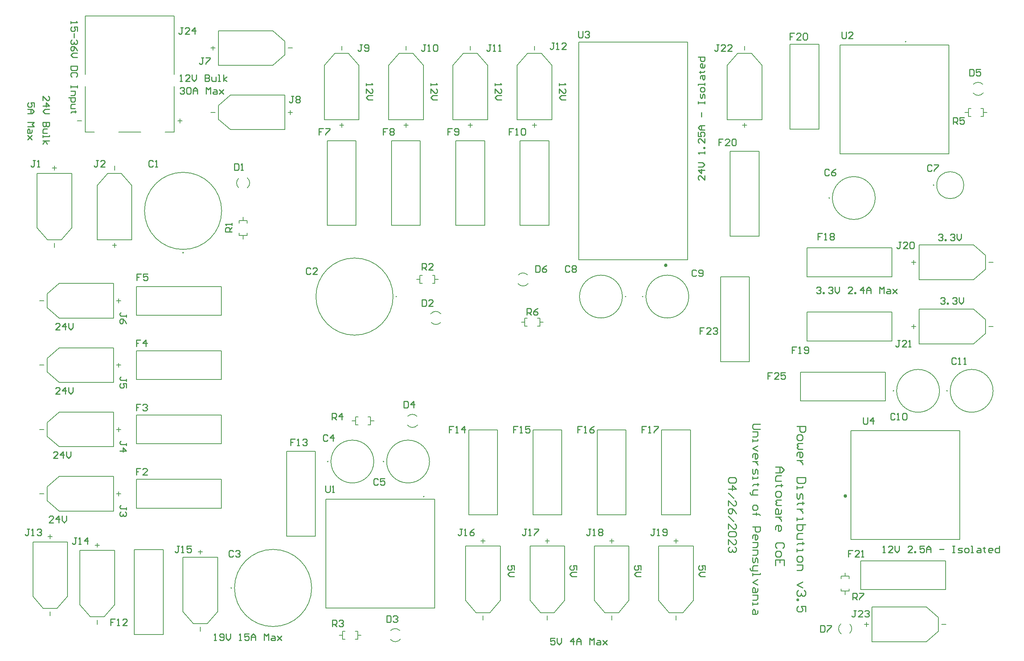
<source format=gto>
G04*
G04 #@! TF.GenerationSoftware,Altium Limited,Altium Designer,22.8.2 (66)*
G04*
G04 Layer_Color=65535*
%FSLAX42Y42*%
%MOMM*%
G71*
G04*
G04 #@! TF.SameCoordinates,682EC182-1CE9-4BC9-A6E4-3494537964B9*
G04*
G04*
G04 #@! TF.FilePolarity,Positive*
G04*
G01*
G75*
%ADD10C,0.13*%
%ADD11C,0.20*%
%ADD12C,0.40*%
%ADD13C,0.25*%
D10*
X8700Y8400D02*
G03*
X8700Y8400I-900J0D01*
G01*
X11837Y8906D02*
G03*
X11623Y8907I-107J-102D01*
G01*
X11618Y8700D02*
G03*
X11850Y8704I115J93D01*
G01*
X4700Y10400D02*
G03*
X4700Y10400I-900J0D01*
G01*
X9593Y7794D02*
G03*
X9807Y7793I107J102D01*
G01*
X9812Y8000D02*
G03*
X9580Y7996I-115J-93D01*
G01*
X9257Y5606D02*
G03*
X9043Y5607I-107J-102D01*
G01*
X9038Y5400D02*
G03*
X9270Y5404I115J93D01*
G01*
X19356Y543D02*
G03*
X19357Y757I-102J107D01*
G01*
X19150Y762D02*
G03*
X19154Y530I93J-115D01*
G01*
X5094Y11157D02*
G03*
X5093Y10943I102J-107D01*
G01*
X5300Y10938D02*
G03*
X5296Y11170I-93J115D01*
G01*
X22457Y13356D02*
G03*
X22243Y13357I-107J-102D01*
G01*
X22238Y13150D02*
G03*
X22470Y13154I115J93D01*
G01*
X8857Y606D02*
G03*
X8643Y607I-107J-102D01*
G01*
X8638Y400D02*
G03*
X8870Y404I115J93D01*
G01*
X19950Y10700D02*
G03*
X19950Y10700I-500J0D01*
G01*
X21450Y6200D02*
G03*
X21450Y6200I-500J0D01*
G01*
X22700D02*
G03*
X22700Y6200I-500J0D01*
G01*
X14050Y8400D02*
G03*
X14050Y8400I-500J0D01*
G01*
X8250Y4550D02*
G03*
X8250Y4550I-500J0D01*
G01*
X6800Y1600D02*
G03*
X6800Y1600I-900J0D01*
G01*
X9550Y4550D02*
G03*
X9550Y4550I-500J0D01*
G01*
X22015Y11000D02*
G03*
X22015Y11000I-315J0D01*
G01*
X15600Y8400D02*
G03*
X15600Y8400I-500J0D01*
G01*
X15705Y1305D02*
Y2575D01*
X15140Y1025D02*
X15460D01*
X14895Y1305D02*
Y2575D01*
X15705D01*
X15300Y2650D02*
Y2750D01*
X15250Y2700D02*
X15350D01*
X15460Y1025D02*
X15705Y1305D01*
X14895D02*
X15140Y1025D01*
X15300Y850D02*
Y950D01*
X14963Y5290D02*
X15637D01*
X14963Y3310D02*
Y5290D01*
Y3310D02*
X15637D01*
Y5290D01*
X13463D02*
X14137D01*
X13463Y3310D02*
Y5290D01*
Y3310D02*
X14137D01*
Y5290D01*
X14205Y1305D02*
Y2575D01*
X13640Y1025D02*
X13960D01*
X13395Y1305D02*
Y2575D01*
X14205D01*
X13800Y2650D02*
Y2750D01*
X13750Y2700D02*
X13850D01*
X13960Y1025D02*
X14205Y1305D01*
X13395D02*
X13640Y1025D01*
X13800Y850D02*
Y950D01*
X11964Y5290D02*
X12636D01*
X11964Y3310D02*
Y5290D01*
Y3310D02*
X12636D01*
Y5290D01*
X12705Y1305D02*
Y2575D01*
X12140Y1025D02*
X12460D01*
X11895Y1305D02*
Y2575D01*
X12705D01*
X12300Y2650D02*
Y2750D01*
X12250Y2700D02*
X12350D01*
X12460Y1025D02*
X12705Y1305D01*
X11895D02*
X12140Y1025D01*
X12300Y850D02*
Y950D01*
X11205Y1305D02*
Y2575D01*
X10640Y1025D02*
X10960D01*
X10395Y1305D02*
Y2575D01*
X11205D01*
X10800Y2650D02*
Y2750D01*
X10750Y2700D02*
X10850D01*
X10960Y1025D02*
X11205Y1305D01*
X10395D02*
X10640Y1025D01*
X10800Y850D02*
Y950D01*
X10464Y5290D02*
X11136D01*
X10464Y3310D02*
Y5290D01*
Y3310D02*
X11136D01*
Y5290D01*
X3380Y12240D02*
X3595D01*
Y13310D01*
X1515Y12240D02*
Y13310D01*
Y12240D02*
X1730D01*
X3595Y13585D02*
Y14950D01*
X1515D02*
X3595D01*
X1515Y13585D02*
Y14950D01*
X2295Y12240D02*
X2815D01*
X1330Y12500D02*
X1430D01*
X3730Y12450D02*
Y12550D01*
X3680Y12500D02*
X3780D01*
X800Y9550D02*
Y9650D01*
X395Y10005D02*
X640Y9725D01*
X960D02*
X1205Y10005D01*
X750Y11400D02*
X850D01*
X800Y11350D02*
Y11450D01*
X395Y11275D02*
X1205D01*
X395Y10005D02*
Y11275D01*
X640Y9725D02*
X960D01*
X1205Y10005D02*
Y11275D01*
X2200Y11350D02*
Y11450D01*
X2360Y11275D02*
X2605Y10995D01*
X1795D02*
X2040Y11275D01*
X2150Y9600D02*
X2250D01*
X2200Y9550D02*
Y9650D01*
X1795Y9725D02*
X2605D01*
Y10995D01*
X2040Y11275D02*
X2360D01*
X1795Y9725D02*
Y10995D01*
X2709Y7964D02*
X4690D01*
X2709D02*
Y8636D01*
X4690D01*
Y7964D02*
Y8636D01*
X9675Y8800D02*
X9755D01*
X9617Y8707D02*
X9675D01*
X9617Y8893D02*
X9675D01*
Y8707D02*
Y8800D01*
Y8893D01*
X9245Y8800D02*
X9325D01*
Y8707D02*
X9383D01*
X9325D02*
Y8800D01*
Y8893D01*
X9383D01*
X6250Y14200D02*
X6350D01*
X5895Y13795D02*
X6175Y14040D01*
X5895Y14605D02*
X6175Y14360D01*
X4500Y14150D02*
Y14250D01*
X4450Y14200D02*
X4550D01*
X4625Y13795D02*
Y14605D01*
Y13795D02*
X5895D01*
X6175Y14040D02*
Y14360D01*
X4625Y14605D02*
X5895D01*
X3337Y509D02*
Y2491D01*
X2664Y509D02*
X3337D01*
X2664D02*
Y2491D01*
X3337D01*
X11664Y10060D02*
Y12040D01*
X12336D01*
Y10060D02*
Y12040D01*
X11664Y10060D02*
X12336D01*
X10164D02*
Y12040D01*
X10836D01*
Y10060D02*
Y12040D01*
X10164Y10060D02*
X10836D01*
X8664D02*
Y12040D01*
X9336D01*
Y10060D02*
Y12040D01*
X8664Y10060D02*
X9336D01*
X7164D02*
Y12040D01*
X7836D01*
Y10060D02*
Y12040D01*
X7164Y10060D02*
X7836D01*
X16563Y9810D02*
Y11790D01*
X17237D01*
Y9810D02*
Y11790D01*
X16563Y9810D02*
X17237D01*
X19130Y11730D02*
X21670D01*
Y14270D01*
X19130D02*
X21670D01*
X19130Y11730D02*
Y14270D01*
X22045Y12700D02*
X22125D01*
Y12793D02*
X22183D01*
X22125Y12607D02*
X22183D01*
X22125Y12700D02*
Y12793D01*
Y12607D02*
Y12700D01*
X22475D02*
X22555D01*
X22417Y12793D02*
X22475D01*
Y12700D02*
Y12793D01*
Y12607D02*
Y12700D01*
X22417Y12607D02*
X22475D01*
X19610Y2236D02*
X21590D01*
Y1564D02*
Y2236D01*
X19610Y1564D02*
X21590D01*
X19610D02*
Y2236D01*
X21500Y750D02*
X21600D01*
X21145Y345D02*
X21425Y590D01*
X21145Y1155D02*
X21425Y910D01*
X19750Y700D02*
Y800D01*
X19700Y750D02*
X19800D01*
X19875Y345D02*
Y1155D01*
Y345D02*
X21145D01*
X21425Y590D02*
Y910D01*
X19875Y1155D02*
X21145D01*
X19250Y1445D02*
Y1525D01*
X19157D02*
Y1583D01*
X19343Y1525D02*
Y1583D01*
X19157Y1525D02*
X19250D01*
X19343D01*
X19250Y1875D02*
Y1955D01*
X19157Y1817D02*
Y1875D01*
X19250D01*
X19343D01*
Y1817D02*
Y1875D01*
X19380Y2730D02*
X21920D01*
Y5270D01*
X19380D02*
X21920D01*
X19380Y2730D02*
Y5270D01*
X22600Y9200D02*
X22700D01*
X22245Y8795D02*
X22525Y9040D01*
X22245Y9605D02*
X22525Y9360D01*
X20850Y9150D02*
Y9250D01*
X20800Y9200D02*
X20900D01*
X20975Y8795D02*
Y9605D01*
Y8795D02*
X22245D01*
X22525Y9040D02*
Y9360D01*
X20975Y9605D02*
X22245D01*
X22600Y7700D02*
X22700D01*
X22245Y7295D02*
X22525Y7540D01*
X22245Y8105D02*
X22525Y7860D01*
X20850Y7650D02*
Y7750D01*
X20800Y7700D02*
X20900D01*
X20975Y7295D02*
Y8105D01*
Y7295D02*
X22245D01*
X22525Y7540D02*
Y7860D01*
X20975Y8105D02*
X22245D01*
X18360Y9536D02*
X20340D01*
Y8864D02*
Y9536D01*
X18360Y8864D02*
X20340D01*
X18360D02*
Y9536D01*
Y8036D02*
X20340D01*
Y7364D02*
Y8036D01*
X18360Y7364D02*
X20340D01*
X18360D02*
Y8036D01*
X16343Y6883D02*
Y8864D01*
X17016D01*
Y6883D02*
Y8864D01*
X16343Y6883D02*
X17016D01*
X11695Y7800D02*
X11775D01*
Y7893D02*
X11833D01*
X11775Y7707D02*
X11833D01*
X11775Y7800D02*
Y7893D01*
Y7707D02*
Y7800D01*
X12125D02*
X12205D01*
X12067Y7893D02*
X12125D01*
Y7800D02*
Y7893D01*
Y7707D02*
Y7800D01*
X12067Y7707D02*
X12125D01*
X6886Y2809D02*
Y4790D01*
X6213Y2809D02*
X6886D01*
X6213D02*
Y4790D01*
X6886D01*
X4200Y590D02*
Y690D01*
X3795Y1045D02*
X4040Y765D01*
X4360D02*
X4605Y1045D01*
X4150Y2440D02*
X4250D01*
X4200Y2390D02*
Y2490D01*
X3795Y2315D02*
X4605D01*
X3795Y1045D02*
Y2315D01*
X4040Y765D02*
X4360D01*
X4605Y1045D02*
Y2315D01*
X1800Y750D02*
Y850D01*
X1395Y1205D02*
X1640Y925D01*
X1960D02*
X2205Y1205D01*
X1750Y2600D02*
X1850D01*
X1800Y2550D02*
Y2650D01*
X1395Y2475D02*
X2205D01*
X1395Y1205D02*
Y2475D01*
X1640Y925D02*
X1960D01*
X2205Y1205D02*
Y2475D01*
X700Y950D02*
Y1050D01*
X295Y1405D02*
X540Y1125D01*
X860D02*
X1105Y1405D01*
X650Y2800D02*
X750D01*
X700Y2750D02*
Y2850D01*
X295Y2675D02*
X1105D01*
X295Y1405D02*
Y2675D01*
X540Y1125D02*
X860D01*
X1105Y1405D02*
Y2675D01*
X450Y5300D02*
X550D01*
X625Y5460D02*
X905Y5705D01*
X625Y5140D02*
X905Y4895D01*
X2300Y5250D02*
Y5350D01*
X2250Y5300D02*
X2350D01*
X2175Y4895D02*
Y5705D01*
X905D02*
X2175D01*
X625Y5140D02*
Y5460D01*
X905Y4895D02*
X2175D01*
X450Y6800D02*
X550D01*
X625Y6960D02*
X905Y7205D01*
X625Y6640D02*
X905Y6395D01*
X2300Y6750D02*
Y6850D01*
X2250Y6800D02*
X2350D01*
X2175Y6395D02*
Y7205D01*
X905D02*
X2175D01*
X625Y6640D02*
Y6960D01*
X905Y6395D02*
X2175D01*
X450Y8300D02*
X550D01*
X625Y8460D02*
X905Y8705D01*
X625Y8140D02*
X905Y7895D01*
X2300Y8250D02*
Y8350D01*
X2250Y8300D02*
X2350D01*
X2175Y7895D02*
Y8705D01*
X905D02*
X2175D01*
X625Y8140D02*
Y8460D01*
X905Y7895D02*
X2175D01*
X12000Y14150D02*
Y14250D01*
X12160Y14075D02*
X12405Y13795D01*
X11595D02*
X11840Y14075D01*
X11950Y12400D02*
X12050D01*
X12000Y12350D02*
Y12450D01*
X11595Y12525D02*
X12405D01*
Y13795D01*
X11840Y14075D02*
X12160D01*
X11595Y12525D02*
Y13795D01*
X10500Y14150D02*
Y14250D01*
X10660Y14075D02*
X10905Y13795D01*
X10095D02*
X10340Y14075D01*
X10450Y12400D02*
X10550D01*
X10500Y12350D02*
Y12450D01*
X10095Y12525D02*
X10905D01*
Y13795D01*
X10340Y14075D02*
X10660D01*
X10095Y12525D02*
Y13795D01*
X9000Y14150D02*
Y14250D01*
X9160Y14075D02*
X9405Y13795D01*
X8595D02*
X8840Y14075D01*
X8950Y12400D02*
X9050D01*
X9000Y12350D02*
Y12450D01*
X8595Y12525D02*
X9405D01*
Y13795D01*
X8840Y14075D02*
X9160D01*
X8595Y12525D02*
Y13795D01*
X7500Y14150D02*
Y14250D01*
X7660Y14075D02*
X7905Y13795D01*
X7095D02*
X7340Y14075D01*
X7450Y12400D02*
X7550D01*
X7500Y12350D02*
Y12450D01*
X7095Y12525D02*
X7905D01*
Y13795D01*
X7340Y14075D02*
X7660D01*
X7095Y12525D02*
Y13795D01*
X8175Y5500D02*
X8255D01*
X8117Y5408D02*
X8175D01*
X8117Y5592D02*
X8175D01*
Y5408D02*
Y5500D01*
Y5592D01*
X7745Y5500D02*
X7825D01*
Y5408D02*
X7883D01*
X7825D02*
Y5500D01*
Y5592D01*
X7883D01*
X18210Y6636D02*
X20190D01*
Y5963D02*
Y6636D01*
X18210Y5963D02*
X20190D01*
X18210D02*
Y6636D01*
X16900Y14150D02*
Y14250D01*
X17060Y14075D02*
X17305Y13795D01*
X16495D02*
X16740Y14075D01*
X16850Y12400D02*
X16950D01*
X16900Y12350D02*
Y12450D01*
X16495Y12525D02*
X17305D01*
Y13795D01*
X16740Y14075D02*
X17060D01*
X16495Y12525D02*
Y13795D01*
X4450Y12700D02*
X4550D01*
X4625Y12860D02*
X4905Y13105D01*
X4625Y12540D02*
X4905Y12295D01*
X6300Y12650D02*
Y12750D01*
X6250Y12700D02*
X6350D01*
X6175Y12295D02*
Y13105D01*
X4905D02*
X6175D01*
X4625Y12540D02*
Y12860D01*
X4905Y12295D02*
X6175D01*
X13030Y9260D02*
X15570D01*
X13030D02*
Y14340D01*
X15570D01*
Y9260D02*
Y14340D01*
X4690Y6464D02*
Y7136D01*
X2709D02*
X4690D01*
X2709Y6464D02*
Y7136D01*
Y6464D02*
X4690D01*
Y4963D02*
Y5637D01*
X2709D02*
X4690D01*
X2709Y4963D02*
Y5637D01*
Y4963D02*
X4690D01*
X17963Y12310D02*
X18637D01*
Y14290D01*
X17963D02*
X18637D01*
X17963Y12310D02*
Y14290D01*
X7525Y593D02*
X7583D01*
X7525Y500D02*
Y593D01*
Y407D02*
Y500D01*
Y407D02*
X7583D01*
X7445Y500D02*
X7525D01*
X7875D02*
Y593D01*
Y407D02*
Y500D01*
X7817Y593D02*
X7875D01*
X7817Y407D02*
X7875D01*
Y500D02*
X7955D01*
X905Y3395D02*
X2175D01*
X625Y3640D02*
Y3960D01*
X905Y4205D02*
X2175D01*
Y3395D02*
Y4205D01*
X2250Y3800D02*
X2350D01*
X2300Y3750D02*
Y3850D01*
X625Y3640D02*
X905Y3395D01*
X625Y3960D02*
X905Y4205D01*
X450Y3800D02*
X550D01*
X5108Y9825D02*
Y9883D01*
Y9825D02*
X5200D01*
X5292D01*
Y9883D01*
X5200Y9745D02*
Y9825D01*
X5108Y10175D02*
X5200D01*
X5292D01*
X5108Y10117D02*
Y10175D01*
X5292Y10117D02*
Y10175D01*
X5200D02*
Y10255D01*
X7130Y3670D02*
X9670D01*
X7130Y1130D02*
Y3670D01*
Y1130D02*
X9670D01*
Y3670D01*
X4690Y3463D02*
Y4137D01*
X2709D02*
X4690D01*
X2709Y3463D02*
Y4137D01*
Y3463D02*
X4690D01*
D11*
X8785Y8400D02*
G03*
X8785Y8400I-10J0D01*
G01*
X3810Y9425D02*
G03*
X3810Y9425I-10J0D01*
G01*
X18885Y10700D02*
G03*
X18885Y10700I-10J0D01*
G01*
X20670Y14350D02*
G03*
X20670Y14350I-10J0D01*
G01*
X20385Y6200D02*
G03*
X20385Y6200I-10J0D01*
G01*
X21635D02*
G03*
X21635Y6200I-10J0D01*
G01*
X14135Y8400D02*
G03*
X14135Y8400I-10J0D01*
G01*
X7185Y4550D02*
G03*
X7185Y4550I-10J0D01*
G01*
X4935Y1600D02*
G03*
X4935Y1600I-10J0D01*
G01*
X8485Y4550D02*
G03*
X8485Y4550I-10J0D01*
G01*
X21320Y11000D02*
G03*
X21320Y11000I-10J0D01*
G01*
X14535Y8400D02*
G03*
X14535Y8400I-10J0D01*
G01*
X9426Y3733D02*
G03*
X9426Y3733I-10J0D01*
G01*
D12*
X19273Y3746D02*
G03*
X19273Y3746I-20J0D01*
G01*
X15082Y9130D02*
G03*
X15082Y9130I-20J0D01*
G01*
D13*
X6775Y9051D02*
X6749Y9076D01*
X6698D01*
X6673Y9051D01*
Y8949D01*
X6698Y8924D01*
X6749D01*
X6775Y8949D01*
X6927Y8924D02*
X6825D01*
X6927Y9025D01*
Y9051D01*
X6902Y9076D01*
X6851D01*
X6825Y9051D01*
X3725Y13425D02*
X3776D01*
X3751D01*
Y13578D01*
X3725Y13552D01*
X3954Y13425D02*
X3852D01*
X3954Y13527D01*
Y13552D01*
X3929Y13578D01*
X3878D01*
X3852Y13552D01*
X4005Y13578D02*
Y13476D01*
X4055Y13425D01*
X4106Y13476D01*
Y13578D01*
X4309D02*
Y13425D01*
X4386D01*
X4411Y13451D01*
Y13476D01*
X4386Y13502D01*
X4309D01*
X4386D01*
X4411Y13527D01*
Y13552D01*
X4386Y13578D01*
X4309D01*
X4462Y13527D02*
Y13451D01*
X4487Y13425D01*
X4563D01*
Y13527D01*
X4614Y13425D02*
X4665D01*
X4640D01*
Y13578D01*
X4614D01*
X4741Y13425D02*
Y13578D01*
Y13476D02*
X4817Y13527D01*
X4741Y13476D02*
X4817Y13425D01*
X3725Y13252D02*
X3751Y13278D01*
X3802D01*
X3827Y13252D01*
Y13227D01*
X3802Y13202D01*
X3776D01*
X3802D01*
X3827Y13176D01*
Y13151D01*
X3802Y13125D01*
X3751D01*
X3725Y13151D01*
X3878Y13252D02*
X3903Y13278D01*
X3954D01*
X3979Y13252D01*
Y13151D01*
X3954Y13125D01*
X3903D01*
X3878Y13151D01*
Y13252D01*
X4030Y13125D02*
Y13227D01*
X4081Y13278D01*
X4132Y13227D01*
Y13125D01*
Y13202D01*
X4030D01*
X4335Y13125D02*
Y13278D01*
X4386Y13227D01*
X4436Y13278D01*
Y13125D01*
X4513Y13227D02*
X4563D01*
X4589Y13202D01*
Y13125D01*
X4513D01*
X4487Y13151D01*
X4513Y13176D01*
X4589D01*
X4640Y13227D02*
X4741Y13125D01*
X4690Y13176D01*
X4741Y13227D01*
X4640Y13125D01*
X17265Y5425D02*
X17115D01*
X17085Y5395D01*
Y5335D01*
X17115Y5305D01*
X17265D01*
X17085Y5245D02*
X17205D01*
Y5155D01*
X17175Y5125D01*
X17085D01*
Y5065D02*
Y5005D01*
Y5035D01*
X17205D01*
Y5065D01*
Y4915D02*
X17085Y4855D01*
X17205Y4795D01*
X17085Y4645D02*
Y4705D01*
X17115Y4735D01*
X17175D01*
X17205Y4705D01*
Y4645D01*
X17175Y4615D01*
X17145D01*
Y4735D01*
X17205Y4555D02*
X17085D01*
X17145D01*
X17175Y4525D01*
X17205Y4495D01*
Y4465D01*
X17085Y4375D02*
Y4285D01*
X17115Y4255D01*
X17145Y4285D01*
Y4345D01*
X17175Y4375D01*
X17205Y4345D01*
Y4255D01*
X17085Y4195D02*
Y4135D01*
Y4165D01*
X17205D01*
Y4195D01*
X17235Y4015D02*
X17205D01*
Y4045D01*
Y3985D01*
Y4015D01*
X17115D01*
X17085Y3985D01*
X17205Y3895D02*
X17115D01*
X17085Y3865D01*
Y3775D01*
X17055D01*
X17025Y3805D01*
Y3835D01*
X17085Y3775D02*
X17205D01*
X17085Y3505D02*
Y3445D01*
X17115Y3415D01*
X17175D01*
X17205Y3445D01*
Y3505D01*
X17175Y3535D01*
X17115D01*
X17085Y3505D01*
Y3325D02*
X17235D01*
X17175D01*
Y3355D01*
Y3295D01*
Y3325D01*
X17235D01*
X17265Y3295D01*
X17085Y3025D02*
X17265D01*
Y2935D01*
X17235Y2905D01*
X17175D01*
X17145Y2935D01*
Y3025D01*
X17085Y2755D02*
Y2815D01*
X17115Y2845D01*
X17175D01*
X17205Y2815D01*
Y2755D01*
X17175Y2725D01*
X17145D01*
Y2845D01*
X17085Y2665D02*
X17205D01*
Y2576D01*
X17175Y2546D01*
X17085D01*
Y2486D02*
X17205D01*
Y2396D01*
X17175Y2366D01*
X17085D01*
Y2306D02*
Y2216D01*
X17115Y2186D01*
X17145Y2216D01*
Y2276D01*
X17175Y2306D01*
X17205Y2276D01*
Y2186D01*
Y2126D02*
X17115D01*
X17085Y2096D01*
Y2006D01*
X17055D01*
X17025Y2036D01*
Y2066D01*
X17085Y2006D02*
X17205D01*
X17085Y1946D02*
Y1886D01*
Y1916D01*
X17265D01*
Y1946D01*
X17205Y1796D02*
X17085Y1736D01*
X17205Y1676D01*
Y1586D02*
Y1526D01*
X17175Y1496D01*
X17085D01*
Y1586D01*
X17115Y1616D01*
X17145Y1586D01*
Y1496D01*
X17085Y1436D02*
X17205D01*
Y1346D01*
X17175Y1316D01*
X17085D01*
Y1256D02*
Y1196D01*
Y1226D01*
X17205D01*
Y1256D01*
Y1076D02*
Y1016D01*
X17175Y986D01*
X17085D01*
Y1076D01*
X17115Y1106D01*
X17145Y1076D01*
Y986D01*
X14478Y2023D02*
Y2125D01*
X14402D01*
X14427Y2074D01*
Y2048D01*
X14402Y2023D01*
X14351D01*
X14325Y2048D01*
Y2099D01*
X14351Y2125D01*
X14478Y1972D02*
X14376D01*
X14325Y1921D01*
X14376Y1871D01*
X14478D01*
X15978Y2023D02*
Y2125D01*
X15902D01*
X15927Y2074D01*
Y2048D01*
X15902Y2023D01*
X15851D01*
X15825Y2048D01*
Y2099D01*
X15851Y2125D01*
X15978Y1972D02*
X15876D01*
X15825Y1921D01*
X15876Y1871D01*
X15978D01*
X12978Y2023D02*
Y2125D01*
X12902D01*
X12927Y2074D01*
Y2048D01*
X12902Y2023D01*
X12851D01*
X12825Y2048D01*
Y2099D01*
X12851Y2125D01*
X12978Y1972D02*
X12876D01*
X12825Y1921D01*
X12876Y1871D01*
X12978D01*
X16675Y4175D02*
X16705Y4145D01*
Y4085D01*
X16675Y4055D01*
X16555D01*
X16525Y4085D01*
Y4145D01*
X16555Y4175D01*
X16675D01*
X16525Y3905D02*
X16705D01*
X16615Y3995D01*
Y3875D01*
X16525Y3815D02*
X16645Y3695D01*
X16525Y3515D02*
Y3635D01*
X16645Y3515D01*
X16675D01*
X16705Y3545D01*
Y3605D01*
X16675Y3635D01*
X16705Y3335D02*
X16675Y3395D01*
X16615Y3455D01*
X16555D01*
X16525Y3425D01*
Y3365D01*
X16555Y3335D01*
X16585D01*
X16615Y3365D01*
Y3455D01*
X16525Y3275D02*
X16645Y3155D01*
X16525Y2975D02*
Y3095D01*
X16645Y2975D01*
X16675D01*
X16705Y3005D01*
Y3065D01*
X16675Y3095D01*
Y2915D02*
X16705Y2885D01*
Y2825D01*
X16675Y2795D01*
X16555D01*
X16525Y2825D01*
Y2885D01*
X16555Y2915D01*
X16675D01*
X16525Y2615D02*
Y2735D01*
X16645Y2615D01*
X16675D01*
X16705Y2645D01*
Y2705D01*
X16675Y2735D01*
Y2555D02*
X16705Y2525D01*
Y2465D01*
X16675Y2435D01*
X16645D01*
X16615Y2465D01*
Y2495D01*
Y2465D01*
X16585Y2435D01*
X16555D01*
X16525Y2465D01*
Y2525D01*
X16555Y2555D01*
X17625Y4425D02*
X17759D01*
X17825Y4358D01*
X17759Y4291D01*
X17625D01*
X17725D01*
Y4425D01*
X17759Y4225D02*
X17659D01*
X17625Y4191D01*
Y4091D01*
X17759D01*
X17792Y3991D02*
X17759D01*
Y4025D01*
Y3958D01*
Y3991D01*
X17659D01*
X17625Y3958D01*
Y3825D02*
Y3758D01*
X17659Y3725D01*
X17725D01*
X17759Y3758D01*
Y3825D01*
X17725Y3858D01*
X17659D01*
X17625Y3825D01*
X17759Y3658D02*
X17659D01*
X17625Y3625D01*
X17659Y3592D01*
X17625Y3558D01*
X17659Y3525D01*
X17759D01*
Y3425D02*
Y3358D01*
X17725Y3325D01*
X17625D01*
Y3425D01*
X17659Y3458D01*
X17692Y3425D01*
Y3325D01*
X17759Y3258D02*
X17625D01*
X17692D01*
X17725Y3225D01*
X17759Y3192D01*
Y3158D01*
X17625Y2958D02*
Y3025D01*
X17659Y3058D01*
X17725D01*
X17759Y3025D01*
Y2958D01*
X17725Y2925D01*
X17692D01*
Y3058D01*
X17792Y2525D02*
X17825Y2559D01*
Y2625D01*
X17792Y2659D01*
X17659D01*
X17625Y2625D01*
Y2559D01*
X17659Y2525D01*
X17625Y2425D02*
Y2359D01*
X17659Y2325D01*
X17725D01*
X17759Y2359D01*
Y2425D01*
X17725Y2459D01*
X17659D01*
X17625Y2425D01*
X17825Y2125D02*
Y2259D01*
X17625D01*
Y2125D01*
X17725Y2259D02*
Y2192D01*
X18125Y5375D02*
X18325D01*
Y5275D01*
X18292Y5241D01*
X18225D01*
X18192Y5275D01*
Y5375D01*
X18125Y5141D02*
Y5075D01*
X18159Y5041D01*
X18225D01*
X18259Y5075D01*
Y5141D01*
X18225Y5175D01*
X18159D01*
X18125Y5141D01*
X18259Y4975D02*
X18159D01*
X18125Y4941D01*
X18159Y4908D01*
X18125Y4875D01*
X18159Y4841D01*
X18259D01*
X18125Y4675D02*
Y4741D01*
X18159Y4775D01*
X18225D01*
X18259Y4741D01*
Y4675D01*
X18225Y4642D01*
X18192D01*
Y4775D01*
X18259Y4575D02*
X18125D01*
X18192D01*
X18225Y4542D01*
X18259Y4508D01*
Y4475D01*
X18325Y4175D02*
X18125D01*
Y4075D01*
X18159Y4042D01*
X18292D01*
X18325Y4075D01*
Y4175D01*
X18125Y3975D02*
Y3908D01*
Y3942D01*
X18259D01*
Y3975D01*
X18125Y3808D02*
Y3708D01*
X18159Y3675D01*
X18192Y3708D01*
Y3775D01*
X18225Y3808D01*
X18259Y3775D01*
Y3675D01*
X18292Y3575D02*
X18259D01*
Y3609D01*
Y3542D01*
Y3575D01*
X18159D01*
X18125Y3542D01*
X18259Y3442D02*
X18125D01*
X18192D01*
X18225Y3409D01*
X18259Y3375D01*
Y3342D01*
X18125Y3242D02*
Y3175D01*
Y3209D01*
X18259D01*
Y3242D01*
X18325Y3075D02*
X18125D01*
Y2975D01*
X18159Y2942D01*
X18192D01*
X18225D01*
X18259Y2975D01*
Y3075D01*
Y2875D02*
X18159D01*
X18125Y2842D01*
Y2742D01*
X18259D01*
X18292Y2642D02*
X18259D01*
Y2675D01*
Y2609D01*
Y2642D01*
X18159D01*
X18125Y2609D01*
Y2509D02*
Y2442D01*
Y2476D01*
X18259D01*
Y2509D01*
X18125Y2309D02*
Y2242D01*
X18159Y2209D01*
X18225D01*
X18259Y2242D01*
Y2309D01*
X18225Y2342D01*
X18159D01*
X18125Y2309D01*
Y2142D02*
X18259D01*
Y2042D01*
X18225Y2009D01*
X18125D01*
X18259Y1742D02*
X18125Y1676D01*
X18259Y1609D01*
X18292Y1543D02*
X18325Y1509D01*
Y1443D01*
X18292Y1409D01*
X18259D01*
X18225Y1443D01*
Y1476D01*
Y1443D01*
X18192Y1409D01*
X18159D01*
X18125Y1443D01*
Y1509D01*
X18159Y1543D01*
X18125Y1343D02*
X18159D01*
Y1309D01*
X18125D01*
Y1343D01*
X18325Y1043D02*
Y1176D01*
X18225D01*
X18259Y1109D01*
Y1076D01*
X18225Y1043D01*
X18159D01*
X18125Y1076D01*
Y1143D01*
X18159Y1176D01*
X18575Y8602D02*
X18601Y8628D01*
X18652D01*
X18677Y8602D01*
Y8577D01*
X18652Y8552D01*
X18626D01*
X18652D01*
X18677Y8526D01*
Y8501D01*
X18652Y8475D01*
X18601D01*
X18575Y8501D01*
X18728Y8475D02*
Y8501D01*
X18753D01*
Y8475D01*
X18728D01*
X18855Y8602D02*
X18880Y8628D01*
X18931D01*
X18956Y8602D01*
Y8577D01*
X18931Y8552D01*
X18905D01*
X18931D01*
X18956Y8526D01*
Y8501D01*
X18931Y8475D01*
X18880D01*
X18855Y8501D01*
X19007Y8628D02*
Y8526D01*
X19058Y8475D01*
X19109Y8526D01*
Y8628D01*
X19413Y8475D02*
X19312D01*
X19413Y8577D01*
Y8602D01*
X19388Y8628D01*
X19337D01*
X19312Y8602D01*
X19464Y8475D02*
Y8501D01*
X19490D01*
Y8475D01*
X19464D01*
X19667D02*
Y8628D01*
X19591Y8552D01*
X19693D01*
X19743Y8475D02*
Y8577D01*
X19794Y8628D01*
X19845Y8577D01*
Y8475D01*
Y8552D01*
X19743D01*
X20048Y8475D02*
Y8628D01*
X20099Y8577D01*
X20150Y8628D01*
Y8475D01*
X20226Y8577D02*
X20277D01*
X20302Y8552D01*
Y8475D01*
X20226D01*
X20200Y8501D01*
X20226Y8526D01*
X20302D01*
X20353Y8577D02*
X20454Y8475D01*
X20404Y8526D01*
X20454Y8577D01*
X20353Y8475D01*
X12477Y428D02*
X12375D01*
Y352D01*
X12426Y377D01*
X12452D01*
X12477Y352D01*
Y301D01*
X12452Y275D01*
X12401D01*
X12375Y301D01*
X12528Y428D02*
Y326D01*
X12579Y275D01*
X12629Y326D01*
Y428D01*
X12909Y275D02*
Y428D01*
X12832Y352D01*
X12934D01*
X12985Y275D02*
Y377D01*
X13036Y428D01*
X13086Y377D01*
Y275D01*
Y352D01*
X12985D01*
X13290Y275D02*
Y428D01*
X13340Y377D01*
X13391Y428D01*
Y275D01*
X13467Y377D02*
X13518D01*
X13543Y352D01*
Y275D01*
X13467D01*
X13442Y301D01*
X13467Y326D01*
X13543D01*
X13594Y377D02*
X13696Y275D01*
X13645Y326D01*
X13696Y377D01*
X13594Y275D01*
X328Y12823D02*
Y12925D01*
X252D01*
X277Y12874D01*
Y12848D01*
X252Y12823D01*
X201D01*
X175Y12848D01*
Y12899D01*
X201Y12925D01*
X175Y12772D02*
X277D01*
X328Y12721D01*
X277Y12671D01*
X175D01*
X252D01*
Y12772D01*
X175Y12468D02*
X328D01*
X277Y12417D01*
X328Y12366D01*
X175D01*
X277Y12290D02*
Y12239D01*
X252Y12214D01*
X175D01*
Y12290D01*
X201Y12315D01*
X226Y12290D01*
Y12214D01*
X277Y12163D02*
X175Y12061D01*
X226Y12112D01*
X277Y12061D01*
X175Y12163D01*
X525Y12973D02*
Y13075D01*
X627Y12973D01*
X652D01*
X678Y12998D01*
Y13049D01*
X652Y13075D01*
X525Y12846D02*
X678D01*
X602Y12922D01*
Y12821D01*
X678Y12770D02*
X576D01*
X525Y12719D01*
X576Y12668D01*
X678D01*
Y12465D02*
X525D01*
Y12389D01*
X551Y12364D01*
X576D01*
X602Y12389D01*
Y12465D01*
Y12389D01*
X627Y12364D01*
X652D01*
X678Y12389D01*
Y12465D01*
X627Y12313D02*
X551D01*
X525Y12287D01*
Y12211D01*
X627D01*
X525Y12160D02*
Y12110D01*
Y12135D01*
X678D01*
Y12160D01*
X525Y12034D02*
X678D01*
X576D02*
X627Y11957D01*
X576Y12034D02*
X525Y11957D01*
X1176Y14825D02*
Y14774D01*
Y14799D01*
X1329D01*
X1303Y14825D01*
X1329Y14596D02*
Y14698D01*
X1252D01*
X1278Y14647D01*
Y14621D01*
X1252Y14596D01*
X1202D01*
X1176Y14621D01*
Y14672D01*
X1202Y14698D01*
X1252Y14545D02*
Y14444D01*
X1303Y14393D02*
X1329Y14368D01*
Y14317D01*
X1303Y14291D01*
X1278D01*
X1252Y14317D01*
Y14342D01*
Y14317D01*
X1227Y14291D01*
X1202D01*
X1176Y14317D01*
Y14368D01*
X1202Y14393D01*
X1329Y14139D02*
X1303Y14190D01*
X1252Y14241D01*
X1202D01*
X1176Y14215D01*
Y14164D01*
X1202Y14139D01*
X1227D01*
X1252Y14164D01*
Y14241D01*
X1329Y14088D02*
X1227D01*
X1176Y14037D01*
X1227Y13987D01*
X1329D01*
Y13784D02*
X1176D01*
Y13707D01*
X1202Y13682D01*
X1303D01*
X1329Y13707D01*
Y13784D01*
X1303Y13530D02*
X1329Y13555D01*
Y13606D01*
X1303Y13631D01*
X1202D01*
X1176Y13606D01*
Y13555D01*
X1202Y13530D01*
X1329Y13326D02*
Y13276D01*
Y13301D01*
X1176D01*
Y13326D01*
Y13276D01*
Y13200D02*
X1278D01*
Y13123D01*
X1252Y13098D01*
X1176D01*
X1125Y13047D02*
X1278D01*
Y12971D01*
X1252Y12946D01*
X1202D01*
X1176Y12971D01*
Y13047D01*
X1278Y12895D02*
X1202D01*
X1176Y12869D01*
Y12793D01*
X1278D01*
X1303Y12717D02*
X1278D01*
Y12742D01*
Y12692D01*
Y12717D01*
X1202D01*
X1176Y12692D01*
X15975Y11227D02*
Y11125D01*
X15873Y11227D01*
X15848D01*
X15822Y11202D01*
Y11151D01*
X15848Y11125D01*
X15975Y11354D02*
X15822D01*
X15898Y11278D01*
Y11379D01*
X15822Y11430D02*
X15924D01*
X15975Y11481D01*
X15924Y11532D01*
X15822D01*
X15975Y11735D02*
Y11786D01*
Y11760D01*
X15822D01*
X15848Y11735D01*
X15975Y11862D02*
X15949D01*
Y11887D01*
X15975D01*
Y11862D01*
Y12090D02*
Y11989D01*
X15873Y12090D01*
X15848D01*
X15822Y12065D01*
Y12014D01*
X15848Y11989D01*
X15822Y12243D02*
Y12141D01*
X15898D01*
X15873Y12192D01*
Y12217D01*
X15898Y12243D01*
X15949D01*
X15975Y12217D01*
Y12166D01*
X15949Y12141D01*
X15975Y12293D02*
X15873D01*
X15822Y12344D01*
X15873Y12395D01*
X15975D01*
X15898D01*
Y12293D01*
Y12598D02*
Y12700D01*
X15822Y12903D02*
Y12954D01*
Y12928D01*
X15975D01*
Y12903D01*
Y12954D01*
Y13030D02*
Y13106D01*
X15949Y13131D01*
X15924Y13106D01*
Y13055D01*
X15898Y13030D01*
X15873Y13055D01*
Y13131D01*
X15975Y13208D02*
Y13258D01*
X15949Y13284D01*
X15898D01*
X15873Y13258D01*
Y13208D01*
X15898Y13182D01*
X15949D01*
X15975Y13208D01*
Y13334D02*
Y13385D01*
Y13360D01*
X15822D01*
Y13334D01*
X15873Y13487D02*
Y13538D01*
X15898Y13563D01*
X15975D01*
Y13487D01*
X15949Y13461D01*
X15924Y13487D01*
Y13563D01*
X15848Y13639D02*
X15873D01*
Y13614D01*
Y13665D01*
Y13639D01*
X15949D01*
X15975Y13665D01*
Y13817D02*
Y13766D01*
X15949Y13741D01*
X15898D01*
X15873Y13766D01*
Y13817D01*
X15898Y13842D01*
X15924D01*
Y13741D01*
X15822Y13995D02*
X15975D01*
Y13918D01*
X15949Y13893D01*
X15898D01*
X15873Y13918D01*
Y13995D01*
X20125Y2425D02*
X20176D01*
X20151D01*
Y2578D01*
X20125Y2552D01*
X20354Y2425D02*
X20252D01*
X20354Y2527D01*
Y2552D01*
X20329Y2578D01*
X20278D01*
X20252Y2552D01*
X20405Y2578D02*
Y2476D01*
X20455Y2425D01*
X20506Y2476D01*
Y2578D01*
X20811Y2425D02*
X20709D01*
X20811Y2527D01*
Y2552D01*
X20786Y2578D01*
X20735D01*
X20709Y2552D01*
X20862Y2425D02*
Y2451D01*
X20887D01*
Y2425D01*
X20862D01*
X21090Y2578D02*
X20989D01*
Y2502D01*
X21040Y2527D01*
X21065D01*
X21090Y2502D01*
Y2451D01*
X21065Y2425D01*
X21014D01*
X20989Y2451D01*
X21141Y2425D02*
Y2527D01*
X21192Y2578D01*
X21243Y2527D01*
Y2425D01*
Y2502D01*
X21141D01*
X21446D02*
X21547D01*
X21750Y2578D02*
X21801D01*
X21776D01*
Y2425D01*
X21750D01*
X21801D01*
X21877D02*
X21954D01*
X21979Y2451D01*
X21954Y2476D01*
X21903D01*
X21877Y2502D01*
X21903Y2527D01*
X21979D01*
X22055Y2425D02*
X22106D01*
X22131Y2451D01*
Y2502D01*
X22106Y2527D01*
X22055D01*
X22030Y2502D01*
Y2451D01*
X22055Y2425D01*
X22182D02*
X22233D01*
X22208D01*
Y2578D01*
X22182D01*
X22334Y2527D02*
X22385D01*
X22411Y2502D01*
Y2425D01*
X22334D01*
X22309Y2451D01*
X22334Y2476D01*
X22411D01*
X22487Y2552D02*
Y2527D01*
X22461D01*
X22512D01*
X22487D01*
Y2451D01*
X22512Y2425D01*
X22665D02*
X22614D01*
X22588Y2451D01*
Y2502D01*
X22614Y2527D01*
X22665D01*
X22690Y2502D01*
Y2476D01*
X22588D01*
X22842Y2578D02*
Y2425D01*
X22766D01*
X22741Y2451D01*
Y2502D01*
X22766Y2527D01*
X22842D01*
X21423Y9835D02*
X21448Y9860D01*
X21499D01*
X21524Y9835D01*
Y9809D01*
X21499Y9784D01*
X21473D01*
X21499D01*
X21524Y9759D01*
Y9733D01*
X21499Y9708D01*
X21448D01*
X21423Y9733D01*
X21575Y9708D02*
Y9733D01*
X21600D01*
Y9708D01*
X21575D01*
X21702Y9835D02*
X21727Y9860D01*
X21778D01*
X21803Y9835D01*
Y9809D01*
X21778Y9784D01*
X21753D01*
X21778D01*
X21803Y9759D01*
Y9733D01*
X21778Y9708D01*
X21727D01*
X21702Y9733D01*
X21854Y9860D02*
Y9759D01*
X21905Y9708D01*
X21956Y9759D01*
Y9860D01*
X21475Y8352D02*
X21501Y8378D01*
X21552D01*
X21577Y8352D01*
Y8327D01*
X21552Y8302D01*
X21526D01*
X21552D01*
X21577Y8276D01*
Y8251D01*
X21552Y8225D01*
X21501D01*
X21475Y8251D01*
X21628Y8225D02*
Y8251D01*
X21653D01*
Y8225D01*
X21628D01*
X21755Y8352D02*
X21780Y8378D01*
X21831D01*
X21856Y8352D01*
Y8327D01*
X21831Y8302D01*
X21805D01*
X21831D01*
X21856Y8276D01*
Y8251D01*
X21831Y8225D01*
X21780D01*
X21755Y8251D01*
X21907Y8378D02*
Y8276D01*
X21958Y8225D01*
X22009Y8276D01*
Y8378D01*
X11528Y2023D02*
Y2125D01*
X11452D01*
X11477Y2074D01*
Y2048D01*
X11452Y2023D01*
X11401D01*
X11375Y2048D01*
Y2099D01*
X11401Y2125D01*
X11528Y1972D02*
X11426D01*
X11375Y1921D01*
X11426Y1871D01*
X11528D01*
X4525Y375D02*
X4576D01*
X4551D01*
Y528D01*
X4525Y502D01*
X4652Y401D02*
X4678Y375D01*
X4729D01*
X4754Y401D01*
Y502D01*
X4729Y528D01*
X4678D01*
X4652Y502D01*
Y477D01*
X4678Y452D01*
X4754D01*
X4805Y528D02*
Y426D01*
X4855Y375D01*
X4906Y426D01*
Y528D01*
X5109Y375D02*
X5160D01*
X5135D01*
Y528D01*
X5109Y502D01*
X5338Y528D02*
X5236D01*
Y452D01*
X5287Y477D01*
X5313D01*
X5338Y452D01*
Y401D01*
X5313Y375D01*
X5262D01*
X5236Y401D01*
X5389Y375D02*
Y477D01*
X5440Y528D01*
X5490Y477D01*
Y375D01*
Y452D01*
X5389D01*
X5693Y375D02*
Y528D01*
X5744Y477D01*
X5795Y528D01*
Y375D01*
X5871Y477D02*
X5922D01*
X5947Y452D01*
Y375D01*
X5871D01*
X5846Y401D01*
X5871Y426D01*
X5947D01*
X5998Y477D02*
X6100Y375D01*
X6049Y426D01*
X6100Y477D01*
X5998Y375D01*
X777Y3125D02*
X675D01*
X777Y3227D01*
Y3252D01*
X752Y3278D01*
X701D01*
X675Y3252D01*
X904Y3125D02*
Y3278D01*
X828Y3202D01*
X929D01*
X980Y3278D02*
Y3176D01*
X1031Y3125D01*
X1082Y3176D01*
Y3278D01*
X877Y4625D02*
X775D01*
X877Y4727D01*
Y4752D01*
X852Y4778D01*
X801D01*
X775Y4752D01*
X1004Y4625D02*
Y4778D01*
X928Y4702D01*
X1029D01*
X1080Y4778D02*
Y4676D01*
X1131Y4625D01*
X1182Y4676D01*
Y4778D01*
X927Y6125D02*
X825D01*
X927Y6227D01*
Y6252D01*
X902Y6278D01*
X851D01*
X825Y6252D01*
X1054Y6125D02*
Y6278D01*
X978Y6202D01*
X1079D01*
X1130Y6278D02*
Y6176D01*
X1181Y6125D01*
X1232Y6176D01*
Y6278D01*
X927Y7625D02*
X825D01*
X927Y7727D01*
Y7752D01*
X902Y7778D01*
X851D01*
X825Y7752D01*
X1054Y7625D02*
Y7778D01*
X978Y7702D01*
X1079D01*
X1130Y7778D02*
Y7676D01*
X1181Y7625D01*
X1232Y7676D01*
Y7778D01*
X12575Y13375D02*
Y13324D01*
Y13349D01*
X12728D01*
X12702Y13375D01*
X12575Y13146D02*
Y13248D01*
X12677Y13146D01*
X12702D01*
X12728Y13171D01*
Y13222D01*
X12702Y13248D01*
X12728Y13095D02*
X12626D01*
X12575Y13045D01*
X12626Y12994D01*
X12728D01*
X11075Y13375D02*
Y13324D01*
Y13349D01*
X11228D01*
X11202Y13375D01*
X11075Y13146D02*
Y13248D01*
X11177Y13146D01*
X11202D01*
X11228Y13171D01*
Y13222D01*
X11202Y13248D01*
X11228Y13095D02*
X11126D01*
X11075Y13045D01*
X11126Y12994D01*
X11228D01*
X9575Y13375D02*
Y13324D01*
Y13349D01*
X9728D01*
X9702Y13375D01*
X9575Y13146D02*
Y13248D01*
X9677Y13146D01*
X9702D01*
X9728Y13171D01*
Y13222D01*
X9702Y13248D01*
X9728Y13095D02*
X9626D01*
X9575Y13045D01*
X9626Y12994D01*
X9728D01*
X8075Y13375D02*
Y13324D01*
Y13349D01*
X8228D01*
X8202Y13375D01*
X8075Y13146D02*
Y13248D01*
X8177Y13146D01*
X8202D01*
X8228Y13171D01*
Y13222D01*
X8202Y13248D01*
X8228Y13095D02*
X8126D01*
X8075Y13045D01*
X8126Y12994D01*
X8228D01*
X8948Y5954D02*
Y5801D01*
X9025D01*
X9050Y5827D01*
Y5928D01*
X9025Y5954D01*
X8948D01*
X9177Y5801D02*
Y5954D01*
X9101Y5878D01*
X9202D01*
X18673Y726D02*
Y574D01*
X18749D01*
X18775Y599D01*
Y701D01*
X18749Y726D01*
X18673D01*
X18825D02*
X18927D01*
Y701D01*
X18825Y599D01*
Y574D01*
X12023Y9126D02*
Y8974D01*
X12099D01*
X12125Y8999D01*
Y9101D01*
X12099Y9126D01*
X12023D01*
X12277D02*
X12226Y9101D01*
X12175Y9050D01*
Y8999D01*
X12201Y8974D01*
X12252D01*
X12277Y8999D01*
Y9025D01*
X12252Y9050D01*
X12175D01*
X22149Y13706D02*
Y13553D01*
X22225D01*
X22250Y13579D01*
Y13680D01*
X22225Y13706D01*
X22149D01*
X22403D02*
X22301D01*
Y13630D01*
X22352Y13655D01*
X22377D01*
X22403Y13630D01*
Y13579D01*
X22377Y13553D01*
X22327D01*
X22301Y13579D01*
X8550Y955D02*
Y803D01*
X8626D01*
X8651Y828D01*
Y930D01*
X8626Y955D01*
X8550D01*
X8702Y930D02*
X8727Y955D01*
X8778D01*
X8804Y930D01*
Y904D01*
X8778Y879D01*
X8753D01*
X8778D01*
X8804Y853D01*
Y828D01*
X8778Y803D01*
X8727D01*
X8702Y828D01*
X9373Y8326D02*
Y8174D01*
X9449D01*
X9475Y8199D01*
Y8301D01*
X9449Y8326D01*
X9373D01*
X9627Y8174D02*
X9525D01*
X9627Y8275D01*
Y8301D01*
X9602Y8326D01*
X9551D01*
X9525Y8301D01*
X4999Y11506D02*
Y11354D01*
X5075D01*
X5100Y11379D01*
Y11481D01*
X5075Y11506D01*
X4999D01*
X5151Y11354D02*
X5202D01*
X5176D01*
Y11506D01*
X5151Y11481D01*
X19423Y1324D02*
Y1476D01*
X19499D01*
X19525Y1451D01*
Y1400D01*
X19499Y1375D01*
X19423D01*
X19474D02*
X19525Y1324D01*
X19575Y1476D02*
X19677D01*
Y1451D01*
X19575Y1349D01*
Y1324D01*
X19673Y5576D02*
Y5449D01*
X19698Y5424D01*
X19749D01*
X19775Y5449D01*
Y5576D01*
X19902Y5424D02*
Y5576D01*
X19825Y5500D01*
X19927D01*
X19173Y14576D02*
Y14449D01*
X19198Y14424D01*
X19249D01*
X19275Y14449D01*
Y14576D01*
X19427Y14424D02*
X19325D01*
X19427Y14525D01*
Y14551D01*
X19402Y14576D01*
X19351D01*
X19325Y14551D01*
X11823Y7974D02*
Y8126D01*
X11899D01*
X11925Y8101D01*
Y8050D01*
X11899Y8025D01*
X11823D01*
X11874D02*
X11925Y7974D01*
X12077Y8126D02*
X12026Y8101D01*
X11975Y8050D01*
Y7999D01*
X12001Y7974D01*
X12052D01*
X12077Y7999D01*
Y8025D01*
X12052Y8050D01*
X11975D01*
X21773Y12424D02*
Y12576D01*
X21849D01*
X21875Y12551D01*
Y12500D01*
X21849Y12475D01*
X21773D01*
X21824D02*
X21875Y12424D01*
X22027Y12576D02*
X21925D01*
Y12500D01*
X21976Y12525D01*
X22002D01*
X22027Y12500D01*
Y12449D01*
X22002Y12424D01*
X21951D01*
X21925Y12449D01*
X7273Y5524D02*
Y5676D01*
X7349D01*
X7375Y5651D01*
Y5600D01*
X7349Y5575D01*
X7273D01*
X7324D02*
X7375Y5524D01*
X7502D02*
Y5676D01*
X7425Y5600D01*
X7527D01*
X7285Y696D02*
Y848D01*
X7361D01*
X7386Y823D01*
Y772D01*
X7361Y747D01*
X7285D01*
X7336D02*
X7386Y696D01*
X7437Y823D02*
X7462Y848D01*
X7513D01*
X7539Y823D01*
Y798D01*
X7513Y772D01*
X7488D01*
X7513D01*
X7539Y747D01*
Y721D01*
X7513Y696D01*
X7462D01*
X7437Y721D01*
X9373Y9024D02*
Y9176D01*
X9449D01*
X9475Y9151D01*
Y9100D01*
X9449Y9075D01*
X9373D01*
X9424D02*
X9475Y9024D01*
X9627D02*
X9525D01*
X9627Y9125D01*
Y9151D01*
X9602Y9176D01*
X9551D01*
X9525Y9151D01*
X13028Y14595D02*
Y14468D01*
X13053Y14442D01*
X13104D01*
X13129Y14468D01*
Y14595D01*
X13180Y14569D02*
X13205Y14595D01*
X13256D01*
X13282Y14569D01*
Y14544D01*
X13256Y14519D01*
X13231D01*
X13256D01*
X13282Y14493D01*
Y14468D01*
X13256Y14442D01*
X13205D01*
X13180Y14468D01*
X19498Y1076D02*
X19448D01*
X19473D01*
Y949D01*
X19448Y924D01*
X19422D01*
X19397Y949D01*
X19651Y924D02*
X19549D01*
X19651Y1025D01*
Y1051D01*
X19625Y1076D01*
X19575D01*
X19549Y1051D01*
X19702D02*
X19727Y1076D01*
X19778D01*
X19803Y1051D01*
Y1025D01*
X19778Y1000D01*
X19752D01*
X19778D01*
X19803Y975D01*
Y949D01*
X19778Y924D01*
X19727D01*
X19702Y949D01*
X16298Y14276D02*
X16248D01*
X16273D01*
Y14149D01*
X16248Y14124D01*
X16222D01*
X16197Y14149D01*
X16451Y14124D02*
X16349D01*
X16451Y14225D01*
Y14251D01*
X16425Y14276D01*
X16375D01*
X16349Y14251D01*
X16603Y14124D02*
X16502D01*
X16603Y14225D01*
Y14251D01*
X16578Y14276D01*
X16527D01*
X16502Y14251D01*
X20524Y7376D02*
X20473D01*
X20498D01*
Y7249D01*
X20473Y7224D01*
X20448D01*
X20422Y7249D01*
X20676Y7224D02*
X20575D01*
X20676Y7325D01*
Y7351D01*
X20651Y7376D01*
X20600D01*
X20575Y7351D01*
X20727Y7224D02*
X20778D01*
X20752D01*
Y7376D01*
X20727Y7351D01*
X20548Y9676D02*
X20498D01*
X20523D01*
Y9549D01*
X20498Y9524D01*
X20472D01*
X20447Y9549D01*
X20701Y9524D02*
X20599D01*
X20701Y9625D01*
Y9651D01*
X20675Y9676D01*
X20625D01*
X20599Y9651D01*
X20752D02*
X20777Y9676D01*
X20828D01*
X20853Y9651D01*
Y9549D01*
X20828Y9524D01*
X20777D01*
X20752Y9549D01*
Y9651D01*
X14811Y2976D02*
X14760D01*
X14786D01*
Y2849D01*
X14760Y2824D01*
X14735D01*
X14710Y2849D01*
X14862Y2824D02*
X14913D01*
X14887D01*
Y2976D01*
X14862Y2951D01*
X14989Y2849D02*
X15014Y2824D01*
X15065D01*
X15090Y2849D01*
Y2951D01*
X15065Y2976D01*
X15014D01*
X14989Y2951D01*
Y2925D01*
X15014Y2900D01*
X15090D01*
X13311Y2976D02*
X13260D01*
X13286D01*
Y2849D01*
X13260Y2824D01*
X13235D01*
X13210Y2849D01*
X13362Y2824D02*
X13413D01*
X13387D01*
Y2976D01*
X13362Y2951D01*
X13489D02*
X13514Y2976D01*
X13565D01*
X13590Y2951D01*
Y2925D01*
X13565Y2900D01*
X13590Y2875D01*
Y2849D01*
X13565Y2824D01*
X13514D01*
X13489Y2849D01*
Y2875D01*
X13514Y2900D01*
X13489Y2925D01*
Y2951D01*
X13514Y2900D02*
X13565D01*
X11811Y2976D02*
X11760D01*
X11786D01*
Y2849D01*
X11760Y2824D01*
X11735D01*
X11710Y2849D01*
X11862Y2824D02*
X11913D01*
X11887D01*
Y2976D01*
X11862Y2951D01*
X11989Y2976D02*
X12090D01*
Y2951D01*
X11989Y2849D01*
Y2824D01*
X10311Y2976D02*
X10260D01*
X10286D01*
Y2849D01*
X10260Y2824D01*
X10235D01*
X10210Y2849D01*
X10362Y2824D02*
X10413D01*
X10387D01*
Y2976D01*
X10362Y2951D01*
X10590Y2976D02*
X10540Y2951D01*
X10489Y2900D01*
Y2849D01*
X10514Y2824D01*
X10565D01*
X10590Y2849D01*
Y2875D01*
X10565Y2900D01*
X10489D01*
X3711Y2576D02*
X3660D01*
X3686D01*
Y2449D01*
X3660Y2424D01*
X3635D01*
X3610Y2449D01*
X3762Y2424D02*
X3813D01*
X3787D01*
Y2576D01*
X3762Y2551D01*
X3990Y2576D02*
X3889D01*
Y2500D01*
X3940Y2525D01*
X3965D01*
X3990Y2500D01*
Y2449D01*
X3965Y2424D01*
X3914D01*
X3889Y2449D01*
X1311Y2776D02*
X1260D01*
X1286D01*
Y2649D01*
X1260Y2624D01*
X1235D01*
X1210Y2649D01*
X1362Y2624D02*
X1413D01*
X1387D01*
Y2776D01*
X1362Y2751D01*
X1565Y2624D02*
Y2776D01*
X1489Y2700D01*
X1590D01*
X211Y2976D02*
X160D01*
X186D01*
Y2849D01*
X160Y2824D01*
X135D01*
X110Y2849D01*
X262Y2824D02*
X313D01*
X287D01*
Y2976D01*
X262Y2951D01*
X389D02*
X414Y2976D01*
X465D01*
X490Y2951D01*
Y2925D01*
X465Y2900D01*
X440D01*
X465D01*
X490Y2875D01*
Y2849D01*
X465Y2824D01*
X414D01*
X389Y2849D01*
X12461Y14326D02*
X12410D01*
X12436D01*
Y14199D01*
X12410Y14174D01*
X12385D01*
X12360Y14199D01*
X12512Y14174D02*
X12563D01*
X12537D01*
Y14326D01*
X12512Y14301D01*
X12740Y14174D02*
X12639D01*
X12740Y14275D01*
Y14301D01*
X12715Y14326D01*
X12664D01*
X12639Y14301D01*
X10987Y14276D02*
X10936D01*
X10961D01*
Y14149D01*
X10936Y14124D01*
X10910D01*
X10885Y14149D01*
X11037Y14124D02*
X11088D01*
X11063D01*
Y14276D01*
X11037Y14251D01*
X11164Y14124D02*
X11215D01*
X11190D01*
Y14276D01*
X11164Y14251D01*
X9461Y14276D02*
X9410D01*
X9436D01*
Y14149D01*
X9410Y14124D01*
X9385D01*
X9360Y14149D01*
X9512Y14124D02*
X9563D01*
X9537D01*
Y14276D01*
X9512Y14251D01*
X9639D02*
X9664Y14276D01*
X9715D01*
X9740Y14251D01*
Y14149D01*
X9715Y14124D01*
X9664D01*
X9639Y14149D01*
Y14251D01*
X7975Y14276D02*
X7924D01*
X7949D01*
Y14149D01*
X7924Y14124D01*
X7898D01*
X7873Y14149D01*
X8025D02*
X8051Y14124D01*
X8102D01*
X8127Y14149D01*
Y14251D01*
X8102Y14276D01*
X8051D01*
X8025Y14251D01*
Y14225D01*
X8051Y14200D01*
X8127D01*
X2476Y6425D02*
Y6476D01*
Y6451D01*
X2349D01*
X2324Y6476D01*
Y6502D01*
X2349Y6527D01*
X2476Y6273D02*
Y6375D01*
X2400D01*
X2425Y6324D01*
Y6298D01*
X2400Y6273D01*
X2349D01*
X2324Y6298D01*
Y6349D01*
X2349Y6375D01*
X2476Y4925D02*
Y4976D01*
Y4951D01*
X2349D01*
X2324Y4976D01*
Y5002D01*
X2349Y5027D01*
X2324Y4798D02*
X2476D01*
X2400Y4875D01*
Y4773D01*
X1825Y11576D02*
X1774D01*
X1799D01*
Y11449D01*
X1774Y11424D01*
X1748D01*
X1723Y11449D01*
X1977Y11424D02*
X1875D01*
X1977Y11525D01*
Y11551D01*
X1952Y11576D01*
X1901D01*
X1875Y11551D01*
X350Y11576D02*
X299D01*
X325D01*
Y11449D01*
X299Y11424D01*
X274D01*
X248Y11449D01*
X401Y11424D02*
X452D01*
X426D01*
Y11576D01*
X401Y11551D01*
X19424Y2476D02*
X19322D01*
Y2400D01*
X19373D01*
X19322D01*
Y2324D01*
X19576D02*
X19475D01*
X19576Y2425D01*
Y2451D01*
X19551Y2476D01*
X19500D01*
X19475Y2451D01*
X19627Y2324D02*
X19678D01*
X19652D01*
Y2476D01*
X19627Y2451D01*
X17548Y6626D02*
X17447D01*
Y6550D01*
X17498D01*
X17447D01*
Y6474D01*
X17701D02*
X17599D01*
X17701Y6575D01*
Y6601D01*
X17675Y6626D01*
X17625D01*
X17599Y6601D01*
X17853Y6626D02*
X17752D01*
Y6550D01*
X17802Y6575D01*
X17828D01*
X17853Y6550D01*
Y6499D01*
X17828Y6474D01*
X17777D01*
X17752Y6499D01*
X16398Y12076D02*
X16297D01*
Y12000D01*
X16348D01*
X16297D01*
Y11924D01*
X16551D02*
X16449D01*
X16551Y12025D01*
Y12051D01*
X16525Y12076D01*
X16475D01*
X16449Y12051D01*
X16602D02*
X16627Y12076D01*
X16678D01*
X16703Y12051D01*
Y11949D01*
X16678Y11924D01*
X16627D01*
X16602Y11949D01*
Y12051D01*
X15958Y7673D02*
X15857D01*
Y7597D01*
X15908D01*
X15857D01*
Y7521D01*
X16111D02*
X16009D01*
X16111Y7622D01*
Y7648D01*
X16085Y7673D01*
X16035D01*
X16009Y7648D01*
X16162D02*
X16187Y7673D01*
X16238D01*
X16263Y7648D01*
Y7622D01*
X16238Y7597D01*
X16212D01*
X16238D01*
X16263Y7572D01*
Y7546D01*
X16238Y7521D01*
X16187D01*
X16162Y7546D01*
X18111Y7226D02*
X18010D01*
Y7150D01*
X18060D01*
X18010D01*
Y7074D01*
X18162D02*
X18213D01*
X18187D01*
Y7226D01*
X18162Y7201D01*
X18289Y7099D02*
X18314Y7074D01*
X18365D01*
X18390Y7099D01*
Y7201D01*
X18365Y7226D01*
X18314D01*
X18289Y7201D01*
Y7175D01*
X18314Y7150D01*
X18390D01*
X18711Y9876D02*
X18610D01*
Y9800D01*
X18660D01*
X18610D01*
Y9724D01*
X18762D02*
X18813D01*
X18787D01*
Y9876D01*
X18762Y9851D01*
X18889D02*
X18914Y9876D01*
X18965D01*
X18990Y9851D01*
Y9825D01*
X18965Y9800D01*
X18990Y9775D01*
Y9749D01*
X18965Y9724D01*
X18914D01*
X18889Y9749D01*
Y9775D01*
X18914Y9800D01*
X18889Y9825D01*
Y9851D01*
X18914Y9800D02*
X18965D01*
X18062Y14547D02*
X17960D01*
Y14470D01*
X18011D01*
X17960D01*
Y14394D01*
X18214D02*
X18113D01*
X18214Y14496D01*
Y14521D01*
X18189Y14547D01*
X18138D01*
X18113Y14521D01*
X18265D02*
X18290Y14547D01*
X18341D01*
X18367Y14521D01*
Y14420D01*
X18341Y14394D01*
X18290D01*
X18265Y14420D01*
Y14521D01*
X14611Y5376D02*
X14510D01*
Y5300D01*
X14560D01*
X14510D01*
Y5224D01*
X14662D02*
X14713D01*
X14687D01*
Y5376D01*
X14662Y5351D01*
X14789Y5376D02*
X14890D01*
Y5351D01*
X14789Y5249D01*
Y5224D01*
X13111Y5376D02*
X13010D01*
Y5300D01*
X13060D01*
X13010D01*
Y5224D01*
X13162D02*
X13213D01*
X13187D01*
Y5376D01*
X13162Y5351D01*
X13390Y5376D02*
X13340Y5351D01*
X13289Y5300D01*
Y5249D01*
X13314Y5224D01*
X13365D01*
X13390Y5249D01*
Y5275D01*
X13365Y5300D01*
X13289D01*
X11611Y5376D02*
X11510D01*
Y5300D01*
X11560D01*
X11510D01*
Y5224D01*
X11662D02*
X11713D01*
X11687D01*
Y5376D01*
X11662Y5351D01*
X11890Y5376D02*
X11789D01*
Y5300D01*
X11840Y5325D01*
X11865D01*
X11890Y5300D01*
Y5249D01*
X11865Y5224D01*
X11814D01*
X11789Y5249D01*
X10111Y5376D02*
X10010D01*
Y5300D01*
X10060D01*
X10010D01*
Y5224D01*
X10162D02*
X10213D01*
X10187D01*
Y5376D01*
X10162Y5351D01*
X10365Y5224D02*
Y5376D01*
X10289Y5300D01*
X10390D01*
X6411Y5076D02*
X6310D01*
Y5000D01*
X6360D01*
X6310D01*
Y4924D01*
X6462D02*
X6513D01*
X6487D01*
Y5076D01*
X6462Y5051D01*
X6589D02*
X6614Y5076D01*
X6665D01*
X6690Y5051D01*
Y5025D01*
X6665Y5000D01*
X6640D01*
X6665D01*
X6690Y4975D01*
Y4949D01*
X6665Y4924D01*
X6614D01*
X6589Y4949D01*
X2211Y876D02*
X2110D01*
Y800D01*
X2160D01*
X2110D01*
Y724D01*
X2262D02*
X2313D01*
X2287D01*
Y876D01*
X2262Y851D01*
X2490Y724D02*
X2389D01*
X2490Y825D01*
Y851D01*
X2465Y876D01*
X2414D01*
X2389Y851D01*
X11511Y12326D02*
X11410D01*
Y12250D01*
X11460D01*
X11410D01*
Y12174D01*
X11562D02*
X11613D01*
X11587D01*
Y12326D01*
X11562Y12301D01*
X11689D02*
X11714Y12326D01*
X11765D01*
X11790Y12301D01*
Y12199D01*
X11765Y12174D01*
X11714D01*
X11689Y12199D01*
Y12301D01*
X10075Y12326D02*
X9973D01*
Y12250D01*
X10024D01*
X9973D01*
Y12174D01*
X10125Y12199D02*
X10151Y12174D01*
X10202D01*
X10227Y12199D01*
Y12301D01*
X10202Y12326D01*
X10151D01*
X10125Y12301D01*
Y12275D01*
X10151Y12250D01*
X10227D01*
X8575Y12326D02*
X8473D01*
Y12250D01*
X8524D01*
X8473D01*
Y12174D01*
X8625Y12301D02*
X8651Y12326D01*
X8702D01*
X8727Y12301D01*
Y12275D01*
X8702Y12250D01*
X8727Y12225D01*
Y12199D01*
X8702Y12174D01*
X8651D01*
X8625Y12199D01*
Y12225D01*
X8651Y12250D01*
X8625Y12275D01*
Y12301D01*
X8651Y12250D02*
X8702D01*
X7075Y12326D02*
X6973D01*
Y12250D01*
X7024D01*
X6973D01*
Y12174D01*
X7125Y12326D02*
X7227D01*
Y12301D01*
X7125Y12199D01*
Y12174D01*
X2825Y8926D02*
X2723D01*
Y8850D01*
X2774D01*
X2723D01*
Y8774D01*
X2977Y8926D02*
X2875D01*
Y8850D01*
X2926Y8875D01*
X2952D01*
X2977Y8850D01*
Y8799D01*
X2952Y8774D01*
X2901D01*
X2875Y8799D01*
X2809Y7391D02*
X2708D01*
Y7315D01*
X2758D01*
X2708D01*
Y7239D01*
X2936D02*
Y7391D01*
X2860Y7315D01*
X2962D01*
X2809Y5893D02*
X2708D01*
Y5817D01*
X2758D01*
X2708D01*
Y5740D01*
X2860Y5867D02*
X2885Y5893D01*
X2936D01*
X2962Y5867D01*
Y5842D01*
X2936Y5817D01*
X2911D01*
X2936D01*
X2962Y5791D01*
Y5766D01*
X2936Y5740D01*
X2885D01*
X2860Y5766D01*
X21837Y6951D02*
X21811Y6976D01*
X21760D01*
X21735Y6951D01*
Y6849D01*
X21760Y6824D01*
X21811D01*
X21837Y6849D01*
X21887Y6824D02*
X21938D01*
X21913D01*
Y6976D01*
X21887Y6951D01*
X22014Y6824D02*
X22065D01*
X22040D01*
Y6976D01*
X22014Y6951D01*
X18875Y11351D02*
X18849Y11376D01*
X18798D01*
X18773Y11351D01*
Y11249D01*
X18798Y11224D01*
X18849D01*
X18875Y11249D01*
X19027Y11376D02*
X18976Y11351D01*
X18925Y11300D01*
Y11249D01*
X18951Y11224D01*
X19002D01*
X19027Y11249D01*
Y11275D01*
X19002Y11300D01*
X18925D01*
X7175Y5151D02*
X7149Y5176D01*
X7098D01*
X7073Y5151D01*
Y5049D01*
X7098Y5024D01*
X7149D01*
X7175Y5049D01*
X7302Y5024D02*
Y5176D01*
X7225Y5100D01*
X7327D01*
X4975Y2451D02*
X4949Y2476D01*
X4898D01*
X4873Y2451D01*
Y2349D01*
X4898Y2324D01*
X4949D01*
X4975Y2349D01*
X5025Y2451D02*
X5051Y2476D01*
X5102D01*
X5127Y2451D01*
Y2425D01*
X5102Y2400D01*
X5076D01*
X5102D01*
X5127Y2375D01*
Y2349D01*
X5102Y2324D01*
X5051D01*
X5025Y2349D01*
X3100Y11551D02*
X3075Y11576D01*
X3024D01*
X2998Y11551D01*
Y11449D01*
X3024Y11424D01*
X3075D01*
X3100Y11449D01*
X3151Y11424D02*
X3202D01*
X3176D01*
Y11576D01*
X3151Y11551D01*
X7127Y3983D02*
Y3856D01*
X7153Y3830D01*
X7203D01*
X7229Y3856D01*
Y3983D01*
X7280Y3830D02*
X7330D01*
X7305D01*
Y3983D01*
X7280Y3957D01*
X3798Y14676D02*
X3748D01*
X3773D01*
Y14549D01*
X3748Y14524D01*
X3722D01*
X3697Y14549D01*
X3951Y14524D02*
X3849D01*
X3951Y14625D01*
Y14651D01*
X3925Y14676D01*
X3875D01*
X3849Y14651D01*
X4078Y14524D02*
Y14676D01*
X4002Y14600D01*
X4103D01*
X2809Y4392D02*
X2708D01*
Y4315D01*
X2758D01*
X2708D01*
Y4239D01*
X2962D02*
X2860D01*
X2962Y4341D01*
Y4366D01*
X2936Y4392D01*
X2885D01*
X2860Y4366D01*
X4936Y9908D02*
X4784D01*
Y9985D01*
X4809Y10010D01*
X4860D01*
X4885Y9985D01*
Y9908D01*
Y9959D02*
X4936Y10010D01*
Y10061D02*
Y10112D01*
Y10086D01*
X4784D01*
X4809Y10061D01*
X6375Y13076D02*
X6324D01*
X6349D01*
Y12949D01*
X6324Y12924D01*
X6298D01*
X6273Y12949D01*
X6425Y13051D02*
X6451Y13076D01*
X6502D01*
X6527Y13051D01*
Y13025D01*
X6502Y13000D01*
X6527Y12975D01*
Y12949D01*
X6502Y12924D01*
X6451D01*
X6425Y12949D01*
Y12975D01*
X6451Y13000D01*
X6425Y13025D01*
Y13051D01*
X6451Y13000D02*
X6502D01*
X4275Y13976D02*
X4224D01*
X4249D01*
Y13849D01*
X4224Y13824D01*
X4198D01*
X4173Y13849D01*
X4325Y13976D02*
X4427D01*
Y13951D01*
X4325Y13849D01*
Y13824D01*
X2476Y7925D02*
Y7976D01*
Y7951D01*
X2349D01*
X2324Y7976D01*
Y8002D01*
X2349Y8027D01*
X2476Y7773D02*
X2451Y7824D01*
X2400Y7875D01*
X2349D01*
X2324Y7849D01*
Y7798D01*
X2349Y7773D01*
X2375D01*
X2400Y7798D01*
Y7875D01*
X2476Y3425D02*
Y3476D01*
Y3451D01*
X2349D01*
X2324Y3476D01*
Y3502D01*
X2349Y3527D01*
X2451Y3375D02*
X2476Y3349D01*
Y3298D01*
X2451Y3273D01*
X2425D01*
X2400Y3298D01*
Y3324D01*
Y3298D01*
X2375Y3273D01*
X2349D01*
X2324Y3298D01*
Y3349D01*
X2349Y3375D01*
X20411Y5651D02*
X20386Y5676D01*
X20335D01*
X20310Y5651D01*
Y5549D01*
X20335Y5524D01*
X20386D01*
X20411Y5549D01*
X20462Y5524D02*
X20513D01*
X20487D01*
Y5676D01*
X20462Y5651D01*
X20589D02*
X20614Y5676D01*
X20665D01*
X20690Y5651D01*
Y5549D01*
X20665Y5524D01*
X20614D01*
X20589Y5549D01*
Y5651D01*
X15775Y9001D02*
X15749Y9026D01*
X15698D01*
X15673Y9001D01*
Y8899D01*
X15698Y8874D01*
X15749D01*
X15775Y8899D01*
X15825D02*
X15851Y8874D01*
X15902D01*
X15927Y8899D01*
Y9001D01*
X15902Y9026D01*
X15851D01*
X15825Y9001D01*
Y8975D01*
X15851Y8950D01*
X15927D01*
X12825Y9101D02*
X12799Y9126D01*
X12748D01*
X12723Y9101D01*
Y8999D01*
X12748Y8974D01*
X12799D01*
X12825Y8999D01*
X12875Y9101D02*
X12901Y9126D01*
X12952D01*
X12977Y9101D01*
Y9075D01*
X12952Y9050D01*
X12977Y9025D01*
Y8999D01*
X12952Y8974D01*
X12901D01*
X12875Y8999D01*
Y9025D01*
X12901Y9050D01*
X12875Y9075D01*
Y9101D01*
X12901Y9050D02*
X12952D01*
X21275Y11451D02*
X21249Y11476D01*
X21198D01*
X21173Y11451D01*
Y11349D01*
X21198Y11324D01*
X21249D01*
X21275Y11349D01*
X21325Y11476D02*
X21427D01*
Y11451D01*
X21325Y11349D01*
Y11324D01*
X8355Y4131D02*
X8329Y4156D01*
X8278D01*
X8253Y4131D01*
Y4029D01*
X8278Y4004D01*
X8329D01*
X8355Y4029D01*
X8507Y4156D02*
X8405D01*
Y4080D01*
X8456Y4105D01*
X8482D01*
X8507Y4080D01*
Y4029D01*
X8482Y4004D01*
X8431D01*
X8405Y4029D01*
M02*

</source>
